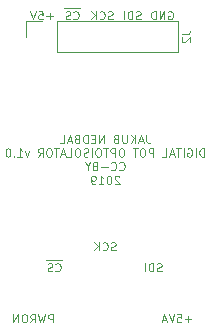
<source format=gbo>
G04 #@! TF.GenerationSoftware,KiCad,Pcbnew,5.1.2-f72e74a~84~ubuntu16.04.1*
G04 #@! TF.CreationDate,2019-07-19T18:17:23+01:00*
G04 #@! TF.ProjectId,DigitalPot_OptoIsolator,44696769-7461-46c5-906f-745f4f70746f,rev?*
G04 #@! TF.SameCoordinates,Original*
G04 #@! TF.FileFunction,Legend,Bot*
G04 #@! TF.FilePolarity,Positive*
%FSLAX46Y46*%
G04 Gerber Fmt 4.6, Leading zero omitted, Abs format (unit mm)*
G04 Created by KiCad (PCBNEW 5.1.2-f72e74a~84~ubuntu16.04.1) date 2019-07-19 18:17:23*
%MOMM*%
%LPD*%
G04 APERTURE LIST*
%ADD10C,0.110000*%
%ADD11C,0.120000*%
G04 APERTURE END LIST*
D10*
X105354000Y-28610666D02*
X105354000Y-29110666D01*
X105387333Y-29210666D01*
X105454000Y-29277333D01*
X105554000Y-29310666D01*
X105620666Y-29310666D01*
X105054000Y-29110666D02*
X104720666Y-29110666D01*
X105120666Y-29310666D02*
X104887333Y-28610666D01*
X104654000Y-29310666D01*
X104420666Y-29310666D02*
X104420666Y-28610666D01*
X104020666Y-29310666D02*
X104320666Y-28910666D01*
X104020666Y-28610666D02*
X104420666Y-29010666D01*
X103720666Y-28610666D02*
X103720666Y-29177333D01*
X103687333Y-29244000D01*
X103654000Y-29277333D01*
X103587333Y-29310666D01*
X103454000Y-29310666D01*
X103387333Y-29277333D01*
X103354000Y-29244000D01*
X103320666Y-29177333D01*
X103320666Y-28610666D01*
X102754000Y-28944000D02*
X102654000Y-28977333D01*
X102620666Y-29010666D01*
X102587333Y-29077333D01*
X102587333Y-29177333D01*
X102620666Y-29244000D01*
X102654000Y-29277333D01*
X102720666Y-29310666D01*
X102987333Y-29310666D01*
X102987333Y-28610666D01*
X102754000Y-28610666D01*
X102687333Y-28644000D01*
X102654000Y-28677333D01*
X102620666Y-28744000D01*
X102620666Y-28810666D01*
X102654000Y-28877333D01*
X102687333Y-28910666D01*
X102754000Y-28944000D01*
X102987333Y-28944000D01*
X101754000Y-29310666D02*
X101754000Y-28610666D01*
X101354000Y-29310666D01*
X101354000Y-28610666D01*
X101020666Y-28944000D02*
X100787333Y-28944000D01*
X100687333Y-29310666D02*
X101020666Y-29310666D01*
X101020666Y-28610666D01*
X100687333Y-28610666D01*
X100387333Y-29310666D02*
X100387333Y-28610666D01*
X100220666Y-28610666D01*
X100120666Y-28644000D01*
X100054000Y-28710666D01*
X100020666Y-28777333D01*
X99987333Y-28910666D01*
X99987333Y-29010666D01*
X100020666Y-29144000D01*
X100054000Y-29210666D01*
X100120666Y-29277333D01*
X100220666Y-29310666D01*
X100387333Y-29310666D01*
X99454000Y-28944000D02*
X99354000Y-28977333D01*
X99320666Y-29010666D01*
X99287333Y-29077333D01*
X99287333Y-29177333D01*
X99320666Y-29244000D01*
X99354000Y-29277333D01*
X99420666Y-29310666D01*
X99687333Y-29310666D01*
X99687333Y-28610666D01*
X99454000Y-28610666D01*
X99387333Y-28644000D01*
X99354000Y-28677333D01*
X99320666Y-28744000D01*
X99320666Y-28810666D01*
X99354000Y-28877333D01*
X99387333Y-28910666D01*
X99454000Y-28944000D01*
X99687333Y-28944000D01*
X99020666Y-29110666D02*
X98687333Y-29110666D01*
X99087333Y-29310666D02*
X98854000Y-28610666D01*
X98620666Y-29310666D01*
X98054000Y-29310666D02*
X98387333Y-29310666D01*
X98387333Y-28610666D01*
X110237333Y-30470666D02*
X110237333Y-29770666D01*
X110070666Y-29770666D01*
X109970666Y-29804000D01*
X109904000Y-29870666D01*
X109870666Y-29937333D01*
X109837333Y-30070666D01*
X109837333Y-30170666D01*
X109870666Y-30304000D01*
X109904000Y-30370666D01*
X109970666Y-30437333D01*
X110070666Y-30470666D01*
X110237333Y-30470666D01*
X109537333Y-30470666D02*
X109537333Y-29770666D01*
X108837333Y-29804000D02*
X108904000Y-29770666D01*
X109004000Y-29770666D01*
X109104000Y-29804000D01*
X109170666Y-29870666D01*
X109204000Y-29937333D01*
X109237333Y-30070666D01*
X109237333Y-30170666D01*
X109204000Y-30304000D01*
X109170666Y-30370666D01*
X109104000Y-30437333D01*
X109004000Y-30470666D01*
X108937333Y-30470666D01*
X108837333Y-30437333D01*
X108804000Y-30404000D01*
X108804000Y-30170666D01*
X108937333Y-30170666D01*
X108504000Y-30470666D02*
X108504000Y-29770666D01*
X108270666Y-29770666D02*
X107870666Y-29770666D01*
X108070666Y-30470666D02*
X108070666Y-29770666D01*
X107670666Y-30270666D02*
X107337333Y-30270666D01*
X107737333Y-30470666D02*
X107504000Y-29770666D01*
X107270666Y-30470666D01*
X106704000Y-30470666D02*
X107037333Y-30470666D01*
X107037333Y-29770666D01*
X105937333Y-30470666D02*
X105937333Y-29770666D01*
X105670666Y-29770666D01*
X105604000Y-29804000D01*
X105570666Y-29837333D01*
X105537333Y-29904000D01*
X105537333Y-30004000D01*
X105570666Y-30070666D01*
X105604000Y-30104000D01*
X105670666Y-30137333D01*
X105937333Y-30137333D01*
X105104000Y-29770666D02*
X104970666Y-29770666D01*
X104904000Y-29804000D01*
X104837333Y-29870666D01*
X104804000Y-30004000D01*
X104804000Y-30237333D01*
X104837333Y-30370666D01*
X104904000Y-30437333D01*
X104970666Y-30470666D01*
X105104000Y-30470666D01*
X105170666Y-30437333D01*
X105237333Y-30370666D01*
X105270666Y-30237333D01*
X105270666Y-30004000D01*
X105237333Y-29870666D01*
X105170666Y-29804000D01*
X105104000Y-29770666D01*
X104604000Y-29770666D02*
X104204000Y-29770666D01*
X104404000Y-30470666D02*
X104404000Y-29770666D01*
X103304000Y-29770666D02*
X103170666Y-29770666D01*
X103104000Y-29804000D01*
X103037333Y-29870666D01*
X103004000Y-30004000D01*
X103004000Y-30237333D01*
X103037333Y-30370666D01*
X103104000Y-30437333D01*
X103170666Y-30470666D01*
X103304000Y-30470666D01*
X103370666Y-30437333D01*
X103437333Y-30370666D01*
X103470666Y-30237333D01*
X103470666Y-30004000D01*
X103437333Y-29870666D01*
X103370666Y-29804000D01*
X103304000Y-29770666D01*
X102704000Y-30470666D02*
X102704000Y-29770666D01*
X102437333Y-29770666D01*
X102370666Y-29804000D01*
X102337333Y-29837333D01*
X102304000Y-29904000D01*
X102304000Y-30004000D01*
X102337333Y-30070666D01*
X102370666Y-30104000D01*
X102437333Y-30137333D01*
X102704000Y-30137333D01*
X102104000Y-29770666D02*
X101704000Y-29770666D01*
X101904000Y-30470666D02*
X101904000Y-29770666D01*
X101337333Y-29770666D02*
X101204000Y-29770666D01*
X101137333Y-29804000D01*
X101070666Y-29870666D01*
X101037333Y-30004000D01*
X101037333Y-30237333D01*
X101070666Y-30370666D01*
X101137333Y-30437333D01*
X101204000Y-30470666D01*
X101337333Y-30470666D01*
X101404000Y-30437333D01*
X101470666Y-30370666D01*
X101504000Y-30237333D01*
X101504000Y-30004000D01*
X101470666Y-29870666D01*
X101404000Y-29804000D01*
X101337333Y-29770666D01*
X100737333Y-30470666D02*
X100737333Y-29770666D01*
X100437333Y-30437333D02*
X100337333Y-30470666D01*
X100170666Y-30470666D01*
X100104000Y-30437333D01*
X100070666Y-30404000D01*
X100037333Y-30337333D01*
X100037333Y-30270666D01*
X100070666Y-30204000D01*
X100104000Y-30170666D01*
X100170666Y-30137333D01*
X100304000Y-30104000D01*
X100370666Y-30070666D01*
X100404000Y-30037333D01*
X100437333Y-29970666D01*
X100437333Y-29904000D01*
X100404000Y-29837333D01*
X100370666Y-29804000D01*
X100304000Y-29770666D01*
X100137333Y-29770666D01*
X100037333Y-29804000D01*
X99604000Y-29770666D02*
X99470666Y-29770666D01*
X99404000Y-29804000D01*
X99337333Y-29870666D01*
X99304000Y-30004000D01*
X99304000Y-30237333D01*
X99337333Y-30370666D01*
X99404000Y-30437333D01*
X99470666Y-30470666D01*
X99604000Y-30470666D01*
X99670666Y-30437333D01*
X99737333Y-30370666D01*
X99770666Y-30237333D01*
X99770666Y-30004000D01*
X99737333Y-29870666D01*
X99670666Y-29804000D01*
X99604000Y-29770666D01*
X98670666Y-30470666D02*
X99004000Y-30470666D01*
X99004000Y-29770666D01*
X98470666Y-30270666D02*
X98137333Y-30270666D01*
X98537333Y-30470666D02*
X98304000Y-29770666D01*
X98070666Y-30470666D01*
X97937333Y-29770666D02*
X97537333Y-29770666D01*
X97737333Y-30470666D02*
X97737333Y-29770666D01*
X97170666Y-29770666D02*
X97037333Y-29770666D01*
X96970666Y-29804000D01*
X96904000Y-29870666D01*
X96870666Y-30004000D01*
X96870666Y-30237333D01*
X96904000Y-30370666D01*
X96970666Y-30437333D01*
X97037333Y-30470666D01*
X97170666Y-30470666D01*
X97237333Y-30437333D01*
X97304000Y-30370666D01*
X97337333Y-30237333D01*
X97337333Y-30004000D01*
X97304000Y-29870666D01*
X97237333Y-29804000D01*
X97170666Y-29770666D01*
X96170666Y-30470666D02*
X96404000Y-30137333D01*
X96570666Y-30470666D02*
X96570666Y-29770666D01*
X96304000Y-29770666D01*
X96237333Y-29804000D01*
X96204000Y-29837333D01*
X96170666Y-29904000D01*
X96170666Y-30004000D01*
X96204000Y-30070666D01*
X96237333Y-30104000D01*
X96304000Y-30137333D01*
X96570666Y-30137333D01*
X95404000Y-30004000D02*
X95237333Y-30470666D01*
X95070666Y-30004000D01*
X94437333Y-30470666D02*
X94837333Y-30470666D01*
X94637333Y-30470666D02*
X94637333Y-29770666D01*
X94704000Y-29870666D01*
X94770666Y-29937333D01*
X94837333Y-29970666D01*
X94137333Y-30404000D02*
X94104000Y-30437333D01*
X94137333Y-30470666D01*
X94170666Y-30437333D01*
X94137333Y-30404000D01*
X94137333Y-30470666D01*
X93670666Y-29770666D02*
X93604000Y-29770666D01*
X93537333Y-29804000D01*
X93504000Y-29837333D01*
X93470666Y-29904000D01*
X93437333Y-30037333D01*
X93437333Y-30204000D01*
X93470666Y-30337333D01*
X93504000Y-30404000D01*
X93537333Y-30437333D01*
X93604000Y-30470666D01*
X93670666Y-30470666D01*
X93737333Y-30437333D01*
X93770666Y-30404000D01*
X93804000Y-30337333D01*
X93837333Y-30204000D01*
X93837333Y-30037333D01*
X93804000Y-29904000D01*
X93770666Y-29837333D01*
X93737333Y-29804000D01*
X93670666Y-29770666D01*
X103070666Y-31564000D02*
X103104000Y-31597333D01*
X103204000Y-31630666D01*
X103270666Y-31630666D01*
X103370666Y-31597333D01*
X103437333Y-31530666D01*
X103470666Y-31464000D01*
X103504000Y-31330666D01*
X103504000Y-31230666D01*
X103470666Y-31097333D01*
X103437333Y-31030666D01*
X103370666Y-30964000D01*
X103270666Y-30930666D01*
X103204000Y-30930666D01*
X103104000Y-30964000D01*
X103070666Y-30997333D01*
X102370666Y-31564000D02*
X102404000Y-31597333D01*
X102504000Y-31630666D01*
X102570666Y-31630666D01*
X102670666Y-31597333D01*
X102737333Y-31530666D01*
X102770666Y-31464000D01*
X102804000Y-31330666D01*
X102804000Y-31230666D01*
X102770666Y-31097333D01*
X102737333Y-31030666D01*
X102670666Y-30964000D01*
X102570666Y-30930666D01*
X102504000Y-30930666D01*
X102404000Y-30964000D01*
X102370666Y-30997333D01*
X102070666Y-31364000D02*
X101537333Y-31364000D01*
X100970666Y-31264000D02*
X100870666Y-31297333D01*
X100837333Y-31330666D01*
X100804000Y-31397333D01*
X100804000Y-31497333D01*
X100837333Y-31564000D01*
X100870666Y-31597333D01*
X100937333Y-31630666D01*
X101204000Y-31630666D01*
X101204000Y-30930666D01*
X100970666Y-30930666D01*
X100904000Y-30964000D01*
X100870666Y-30997333D01*
X100837333Y-31064000D01*
X100837333Y-31130666D01*
X100870666Y-31197333D01*
X100904000Y-31230666D01*
X100970666Y-31264000D01*
X101204000Y-31264000D01*
X100370666Y-31297333D02*
X100370666Y-31630666D01*
X100604000Y-30930666D02*
X100370666Y-31297333D01*
X100137333Y-30930666D01*
X103054000Y-32157333D02*
X103020666Y-32124000D01*
X102954000Y-32090666D01*
X102787333Y-32090666D01*
X102720666Y-32124000D01*
X102687333Y-32157333D01*
X102654000Y-32224000D01*
X102654000Y-32290666D01*
X102687333Y-32390666D01*
X103087333Y-32790666D01*
X102654000Y-32790666D01*
X102220666Y-32090666D02*
X102154000Y-32090666D01*
X102087333Y-32124000D01*
X102054000Y-32157333D01*
X102020666Y-32224000D01*
X101987333Y-32357333D01*
X101987333Y-32524000D01*
X102020666Y-32657333D01*
X102054000Y-32724000D01*
X102087333Y-32757333D01*
X102154000Y-32790666D01*
X102220666Y-32790666D01*
X102287333Y-32757333D01*
X102320666Y-32724000D01*
X102354000Y-32657333D01*
X102387333Y-32524000D01*
X102387333Y-32357333D01*
X102354000Y-32224000D01*
X102320666Y-32157333D01*
X102287333Y-32124000D01*
X102220666Y-32090666D01*
X101320666Y-32790666D02*
X101720666Y-32790666D01*
X101520666Y-32790666D02*
X101520666Y-32090666D01*
X101587333Y-32190666D01*
X101654000Y-32257333D01*
X101720666Y-32290666D01*
X100987333Y-32790666D02*
X100854000Y-32790666D01*
X100787333Y-32757333D01*
X100754000Y-32724000D01*
X100687333Y-32624000D01*
X100654000Y-32490666D01*
X100654000Y-32224000D01*
X100687333Y-32157333D01*
X100720666Y-32124000D01*
X100787333Y-32090666D01*
X100920666Y-32090666D01*
X100987333Y-32124000D01*
X101020666Y-32157333D01*
X101054000Y-32224000D01*
X101054000Y-32390666D01*
X101020666Y-32457333D01*
X100987333Y-32490666D01*
X100920666Y-32524000D01*
X100787333Y-32524000D01*
X100720666Y-32490666D01*
X100687333Y-32457333D01*
X100654000Y-32390666D01*
X109150000Y-44246000D02*
X108616666Y-44246000D01*
X108883333Y-44512666D02*
X108883333Y-43979333D01*
X107950000Y-43812666D02*
X108283333Y-43812666D01*
X108316666Y-44146000D01*
X108283333Y-44112666D01*
X108216666Y-44079333D01*
X108050000Y-44079333D01*
X107983333Y-44112666D01*
X107950000Y-44146000D01*
X107916666Y-44212666D01*
X107916666Y-44379333D01*
X107950000Y-44446000D01*
X107983333Y-44479333D01*
X108050000Y-44512666D01*
X108216666Y-44512666D01*
X108283333Y-44479333D01*
X108316666Y-44446000D01*
X107716666Y-43812666D02*
X107483333Y-44512666D01*
X107250000Y-43812666D01*
X107050000Y-44312666D02*
X106716666Y-44312666D01*
X107116666Y-44512666D02*
X106883333Y-43812666D01*
X106650000Y-44512666D01*
X106634666Y-40161333D02*
X106534666Y-40194666D01*
X106368000Y-40194666D01*
X106301333Y-40161333D01*
X106268000Y-40128000D01*
X106234666Y-40061333D01*
X106234666Y-39994666D01*
X106268000Y-39928000D01*
X106301333Y-39894666D01*
X106368000Y-39861333D01*
X106501333Y-39828000D01*
X106568000Y-39794666D01*
X106601333Y-39761333D01*
X106634666Y-39694666D01*
X106634666Y-39628000D01*
X106601333Y-39561333D01*
X106568000Y-39528000D01*
X106501333Y-39494666D01*
X106334666Y-39494666D01*
X106234666Y-39528000D01*
X105934666Y-40194666D02*
X105934666Y-39494666D01*
X105768000Y-39494666D01*
X105668000Y-39528000D01*
X105601333Y-39594666D01*
X105568000Y-39661333D01*
X105534666Y-39794666D01*
X105534666Y-39894666D01*
X105568000Y-40028000D01*
X105601333Y-40094666D01*
X105668000Y-40161333D01*
X105768000Y-40194666D01*
X105934666Y-40194666D01*
X105234666Y-40194666D02*
X105234666Y-39494666D01*
X102754000Y-38383333D02*
X102654000Y-38416666D01*
X102487333Y-38416666D01*
X102420666Y-38383333D01*
X102387333Y-38350000D01*
X102354000Y-38283333D01*
X102354000Y-38216666D01*
X102387333Y-38150000D01*
X102420666Y-38116666D01*
X102487333Y-38083333D01*
X102620666Y-38050000D01*
X102687333Y-38016666D01*
X102720666Y-37983333D01*
X102754000Y-37916666D01*
X102754000Y-37850000D01*
X102720666Y-37783333D01*
X102687333Y-37750000D01*
X102620666Y-37716666D01*
X102454000Y-37716666D01*
X102354000Y-37750000D01*
X101654000Y-38350000D02*
X101687333Y-38383333D01*
X101787333Y-38416666D01*
X101854000Y-38416666D01*
X101954000Y-38383333D01*
X102020666Y-38316666D01*
X102054000Y-38250000D01*
X102087333Y-38116666D01*
X102087333Y-38016666D01*
X102054000Y-37883333D01*
X102020666Y-37816666D01*
X101954000Y-37750000D01*
X101854000Y-37716666D01*
X101787333Y-37716666D01*
X101687333Y-37750000D01*
X101654000Y-37783333D01*
X101354000Y-38416666D02*
X101354000Y-37716666D01*
X100954000Y-38416666D02*
X101254000Y-38016666D01*
X100954000Y-37716666D02*
X101354000Y-38116666D01*
X98219333Y-39231000D02*
X97519333Y-39231000D01*
X97652666Y-40128000D02*
X97686000Y-40161333D01*
X97786000Y-40194666D01*
X97852666Y-40194666D01*
X97952666Y-40161333D01*
X98019333Y-40094666D01*
X98052666Y-40028000D01*
X98086000Y-39894666D01*
X98086000Y-39794666D01*
X98052666Y-39661333D01*
X98019333Y-39594666D01*
X97952666Y-39528000D01*
X97852666Y-39494666D01*
X97786000Y-39494666D01*
X97686000Y-39528000D01*
X97652666Y-39561333D01*
X97519333Y-39231000D02*
X96852666Y-39231000D01*
X97386000Y-40161333D02*
X97286000Y-40194666D01*
X97119333Y-40194666D01*
X97052666Y-40161333D01*
X97019333Y-40128000D01*
X96986000Y-40061333D01*
X96986000Y-39994666D01*
X97019333Y-39928000D01*
X97052666Y-39894666D01*
X97119333Y-39861333D01*
X97252666Y-39828000D01*
X97319333Y-39794666D01*
X97352666Y-39761333D01*
X97386000Y-39694666D01*
X97386000Y-39628000D01*
X97352666Y-39561333D01*
X97319333Y-39528000D01*
X97252666Y-39494666D01*
X97086000Y-39494666D01*
X96986000Y-39528000D01*
X97424666Y-44512666D02*
X97424666Y-43812666D01*
X97158000Y-43812666D01*
X97091333Y-43846000D01*
X97058000Y-43879333D01*
X97024666Y-43946000D01*
X97024666Y-44046000D01*
X97058000Y-44112666D01*
X97091333Y-44146000D01*
X97158000Y-44179333D01*
X97424666Y-44179333D01*
X96791333Y-43812666D02*
X96624666Y-44512666D01*
X96491333Y-44012666D01*
X96358000Y-44512666D01*
X96191333Y-43812666D01*
X95524666Y-44512666D02*
X95758000Y-44179333D01*
X95924666Y-44512666D02*
X95924666Y-43812666D01*
X95658000Y-43812666D01*
X95591333Y-43846000D01*
X95558000Y-43879333D01*
X95524666Y-43946000D01*
X95524666Y-44046000D01*
X95558000Y-44112666D01*
X95591333Y-44146000D01*
X95658000Y-44179333D01*
X95924666Y-44179333D01*
X95091333Y-43812666D02*
X94958000Y-43812666D01*
X94891333Y-43846000D01*
X94824666Y-43912666D01*
X94791333Y-44046000D01*
X94791333Y-44279333D01*
X94824666Y-44412666D01*
X94891333Y-44479333D01*
X94958000Y-44512666D01*
X95091333Y-44512666D01*
X95158000Y-44479333D01*
X95224666Y-44412666D01*
X95258000Y-44279333D01*
X95258000Y-44046000D01*
X95224666Y-43912666D01*
X95158000Y-43846000D01*
X95091333Y-43812666D01*
X94491333Y-44512666D02*
X94491333Y-43812666D01*
X94091333Y-44512666D01*
X94091333Y-43812666D01*
X107213333Y-18192000D02*
X107280000Y-18158666D01*
X107380000Y-18158666D01*
X107480000Y-18192000D01*
X107546666Y-18258666D01*
X107580000Y-18325333D01*
X107613333Y-18458666D01*
X107613333Y-18558666D01*
X107580000Y-18692000D01*
X107546666Y-18758666D01*
X107480000Y-18825333D01*
X107380000Y-18858666D01*
X107313333Y-18858666D01*
X107213333Y-18825333D01*
X107180000Y-18792000D01*
X107180000Y-18558666D01*
X107313333Y-18558666D01*
X106880000Y-18858666D02*
X106880000Y-18158666D01*
X106480000Y-18858666D01*
X106480000Y-18158666D01*
X106146666Y-18858666D02*
X106146666Y-18158666D01*
X105980000Y-18158666D01*
X105880000Y-18192000D01*
X105813333Y-18258666D01*
X105780000Y-18325333D01*
X105746666Y-18458666D01*
X105746666Y-18558666D01*
X105780000Y-18692000D01*
X105813333Y-18758666D01*
X105880000Y-18825333D01*
X105980000Y-18858666D01*
X106146666Y-18858666D01*
X104856666Y-18825333D02*
X104756666Y-18858666D01*
X104590000Y-18858666D01*
X104523333Y-18825333D01*
X104490000Y-18792000D01*
X104456666Y-18725333D01*
X104456666Y-18658666D01*
X104490000Y-18592000D01*
X104523333Y-18558666D01*
X104590000Y-18525333D01*
X104723333Y-18492000D01*
X104790000Y-18458666D01*
X104823333Y-18425333D01*
X104856666Y-18358666D01*
X104856666Y-18292000D01*
X104823333Y-18225333D01*
X104790000Y-18192000D01*
X104723333Y-18158666D01*
X104556666Y-18158666D01*
X104456666Y-18192000D01*
X104156666Y-18858666D02*
X104156666Y-18158666D01*
X103990000Y-18158666D01*
X103890000Y-18192000D01*
X103823333Y-18258666D01*
X103790000Y-18325333D01*
X103756666Y-18458666D01*
X103756666Y-18558666D01*
X103790000Y-18692000D01*
X103823333Y-18758666D01*
X103890000Y-18825333D01*
X103990000Y-18858666D01*
X104156666Y-18858666D01*
X103456666Y-18858666D02*
X103456666Y-18158666D01*
X102500000Y-18825333D02*
X102400000Y-18858666D01*
X102233333Y-18858666D01*
X102166666Y-18825333D01*
X102133333Y-18792000D01*
X102100000Y-18725333D01*
X102100000Y-18658666D01*
X102133333Y-18592000D01*
X102166666Y-18558666D01*
X102233333Y-18525333D01*
X102366666Y-18492000D01*
X102433333Y-18458666D01*
X102466666Y-18425333D01*
X102500000Y-18358666D01*
X102500000Y-18292000D01*
X102466666Y-18225333D01*
X102433333Y-18192000D01*
X102366666Y-18158666D01*
X102200000Y-18158666D01*
X102100000Y-18192000D01*
X101400000Y-18792000D02*
X101433333Y-18825333D01*
X101533333Y-18858666D01*
X101600000Y-18858666D01*
X101700000Y-18825333D01*
X101766666Y-18758666D01*
X101800000Y-18692000D01*
X101833333Y-18558666D01*
X101833333Y-18458666D01*
X101800000Y-18325333D01*
X101766666Y-18258666D01*
X101700000Y-18192000D01*
X101600000Y-18158666D01*
X101533333Y-18158666D01*
X101433333Y-18192000D01*
X101400000Y-18225333D01*
X101100000Y-18858666D02*
X101100000Y-18158666D01*
X100700000Y-18858666D02*
X101000000Y-18458666D01*
X100700000Y-18158666D02*
X101100000Y-18558666D01*
X99743333Y-17895000D02*
X99043333Y-17895000D01*
X99176666Y-18792000D02*
X99210000Y-18825333D01*
X99310000Y-18858666D01*
X99376666Y-18858666D01*
X99476666Y-18825333D01*
X99543333Y-18758666D01*
X99576666Y-18692000D01*
X99610000Y-18558666D01*
X99610000Y-18458666D01*
X99576666Y-18325333D01*
X99543333Y-18258666D01*
X99476666Y-18192000D01*
X99376666Y-18158666D01*
X99310000Y-18158666D01*
X99210000Y-18192000D01*
X99176666Y-18225333D01*
X99043333Y-17895000D02*
X98376666Y-17895000D01*
X98910000Y-18825333D02*
X98810000Y-18858666D01*
X98643333Y-18858666D01*
X98576666Y-18825333D01*
X98543333Y-18792000D01*
X98510000Y-18725333D01*
X98510000Y-18658666D01*
X98543333Y-18592000D01*
X98576666Y-18558666D01*
X98643333Y-18525333D01*
X98776666Y-18492000D01*
X98843333Y-18458666D01*
X98876666Y-18425333D01*
X98910000Y-18358666D01*
X98910000Y-18292000D01*
X98876666Y-18225333D01*
X98843333Y-18192000D01*
X98776666Y-18158666D01*
X98610000Y-18158666D01*
X98510000Y-18192000D01*
X97420000Y-18592000D02*
X96886666Y-18592000D01*
X97153333Y-18858666D02*
X97153333Y-18325333D01*
X96220000Y-18158666D02*
X96553333Y-18158666D01*
X96586666Y-18492000D01*
X96553333Y-18458666D01*
X96486666Y-18425333D01*
X96320000Y-18425333D01*
X96253333Y-18458666D01*
X96220000Y-18492000D01*
X96186666Y-18558666D01*
X96186666Y-18725333D01*
X96220000Y-18792000D01*
X96253333Y-18825333D01*
X96320000Y-18858666D01*
X96486666Y-18858666D01*
X96553333Y-18825333D01*
X96586666Y-18792000D01*
X95986666Y-18158666D02*
X95753333Y-18858666D01*
X95520000Y-18158666D01*
D11*
X108010000Y-18990000D02*
X108010000Y-21650000D01*
X97790000Y-18990000D02*
X108010000Y-18990000D01*
X97790000Y-21650000D02*
X108010000Y-21650000D01*
X97790000Y-18990000D02*
X97790000Y-21650000D01*
X96520000Y-18990000D02*
X95190000Y-18990000D01*
X95190000Y-18990000D02*
X95190000Y-20320000D01*
D10*
X108328666Y-20086666D02*
X108828666Y-20086666D01*
X108928666Y-20053333D01*
X108995333Y-19986666D01*
X109028666Y-19886666D01*
X109028666Y-19820000D01*
X108395333Y-20386666D02*
X108362000Y-20420000D01*
X108328666Y-20486666D01*
X108328666Y-20653333D01*
X108362000Y-20720000D01*
X108395333Y-20753333D01*
X108462000Y-20786666D01*
X108528666Y-20786666D01*
X108628666Y-20753333D01*
X109028666Y-20353333D01*
X109028666Y-20786666D01*
M02*

</source>
